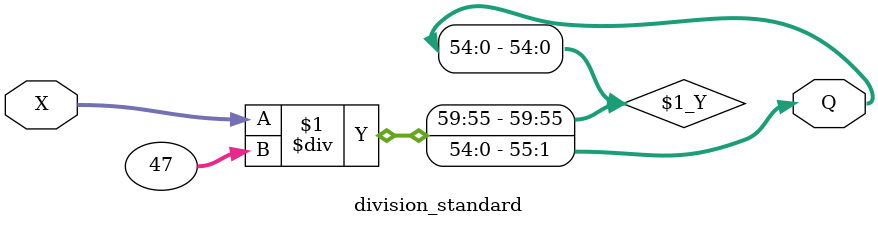
<source format=v>
module division_standard( X, Q);//, R);

input  [60:1] X;
output [55:1] Q; 
//output [6:1] R;

assign Q = X / 47;

//assign R = X % 47;

endmodule

</source>
